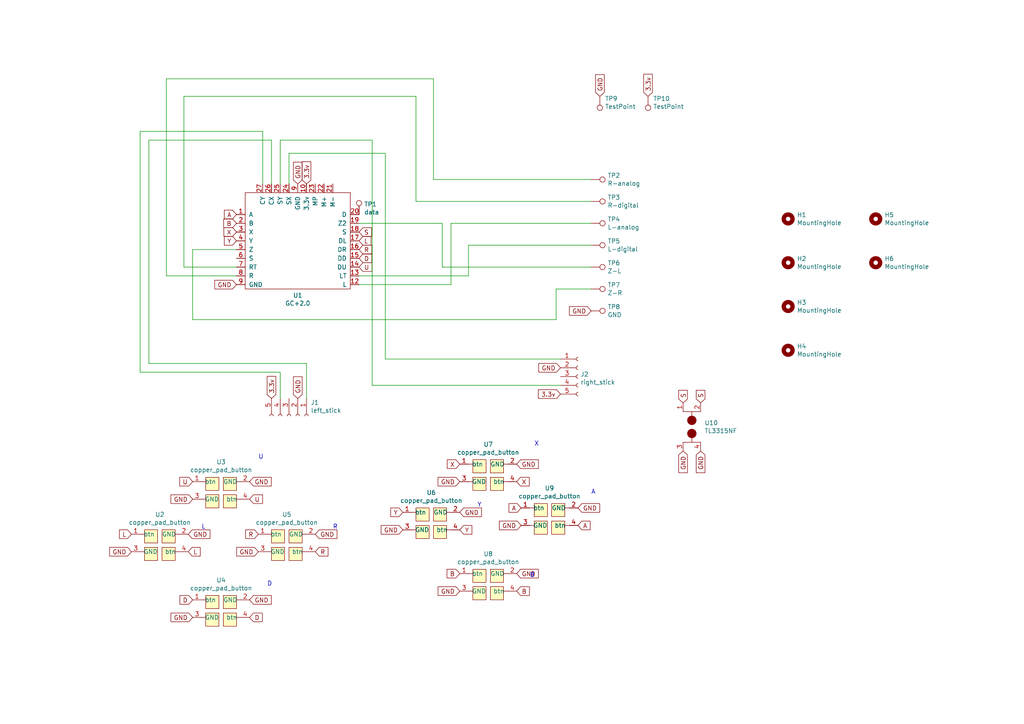
<source format=kicad_sch>
(kicad_sch (version 20211123) (generator eeschema)

  (uuid 61f9127a-9011-43ba-8a21-f2ca30968d65)

  (paper "A4")

  (lib_symbols
    (symbol "4LAYER_SYMBOLS:GC+2.0" (pin_names (offset 1.016)) (in_bom yes) (on_board yes)
      (property "Reference" "U" (id 0) (at 13.97 -27.94 0)
        (effects (font (size 1.27 1.27)))
      )
      (property "Value" "GC+2.0" (id 1) (at 7.62 -27.94 0)
        (effects (font (size 1.27 1.27)))
      )
      (property "Footprint" "" (id 2) (at -1.27 -33.02 0)
        (effects (font (size 1.27 1.27)) hide)
      )
      (property "Datasheet" "" (id 3) (at -1.27 -33.02 0)
        (effects (font (size 1.27 1.27)) hide)
      )
      (symbol "GC+2.0_0_0"
        (rectangle (start -3.81 1.27) (end 26.67 -26.67)
          (stroke (width 0) (type default) (color 0 0 0 0))
          (fill (type none))
        )
      )
      (symbol "GC+2.0_1_1"
        (pin input line (at -6.35 -5.08 0) (length 2.54)
          (name "A" (effects (font (size 1.27 1.27))))
          (number "1" (effects (font (size 1.27 1.27))))
        )
        (pin input line (at 13.97 3.81 270) (length 2.54)
          (name "3.3v" (effects (font (size 1.27 1.27))))
          (number "10" (effects (font (size 1.27 1.27))))
        )
        (pin input line (at 29.21 -25.4 180) (length 2.54)
          (name "L" (effects (font (size 1.27 1.27))))
          (number "12" (effects (font (size 1.27 1.27))))
        )
        (pin input line (at 29.21 -22.86 180) (length 2.54)
          (name "LT" (effects (font (size 1.27 1.27))))
          (number "13" (effects (font (size 1.27 1.27))))
        )
        (pin input line (at 29.21 -20.32 180) (length 2.54)
          (name "DU" (effects (font (size 1.27 1.27))))
          (number "14" (effects (font (size 1.27 1.27))))
        )
        (pin input line (at 29.21 -17.78 180) (length 2.54)
          (name "DD" (effects (font (size 1.27 1.27))))
          (number "15" (effects (font (size 1.27 1.27))))
        )
        (pin input line (at 29.21 -15.24 180) (length 2.54)
          (name "DR" (effects (font (size 1.27 1.27))))
          (number "16" (effects (font (size 1.27 1.27))))
        )
        (pin input line (at 29.21 -12.7 180) (length 2.54)
          (name "DL" (effects (font (size 1.27 1.27))))
          (number "17" (effects (font (size 1.27 1.27))))
        )
        (pin input line (at 29.21 -10.16 180) (length 2.54)
          (name "S" (effects (font (size 1.27 1.27))))
          (number "18" (effects (font (size 1.27 1.27))))
        )
        (pin input line (at 29.21 -7.62 180) (length 2.54)
          (name "Z2" (effects (font (size 1.27 1.27))))
          (number "19" (effects (font (size 1.27 1.27))))
        )
        (pin input line (at -6.35 -7.62 0) (length 2.54)
          (name "B" (effects (font (size 1.27 1.27))))
          (number "2" (effects (font (size 1.27 1.27))))
        )
        (pin input line (at 29.21 -5.08 180) (length 2.54)
          (name "D" (effects (font (size 1.27 1.27))))
          (number "20" (effects (font (size 1.27 1.27))))
        )
        (pin input line (at 21.59 3.81 270) (length 2.54)
          (name "M-" (effects (font (size 1.27 1.27))))
          (number "21" (effects (font (size 1.27 1.27))))
        )
        (pin input line (at 19.05 3.81 270) (length 2.54)
          (name "M+" (effects (font (size 1.27 1.27))))
          (number "22" (effects (font (size 1.27 1.27))))
        )
        (pin input line (at 16.51 3.81 270) (length 2.54)
          (name "MP" (effects (font (size 1.27 1.27))))
          (number "23" (effects (font (size 1.27 1.27))))
        )
        (pin input line (at 8.89 3.81 270) (length 2.54)
          (name "SX" (effects (font (size 1.27 1.27))))
          (number "24" (effects (font (size 1.27 1.27))))
        )
        (pin input line (at 6.35 3.81 270) (length 2.54)
          (name "SY" (effects (font (size 1.27 1.27))))
          (number "25" (effects (font (size 1.27 1.27))))
        )
        (pin input line (at 3.81 3.81 270) (length 2.54)
          (name "CX" (effects (font (size 1.27 1.27))))
          (number "26" (effects (font (size 1.27 1.27))))
        )
        (pin input line (at 1.27 3.81 270) (length 2.54)
          (name "CY" (effects (font (size 1.27 1.27))))
          (number "27" (effects (font (size 1.27 1.27))))
        )
        (pin input line (at -6.35 -10.16 0) (length 2.54)
          (name "X" (effects (font (size 1.27 1.27))))
          (number "3" (effects (font (size 1.27 1.27))))
        )
        (pin input line (at -6.35 -12.7 0) (length 2.54)
          (name "Y" (effects (font (size 1.27 1.27))))
          (number "4" (effects (font (size 1.27 1.27))))
        )
        (pin input line (at -6.35 -15.24 0) (length 2.54)
          (name "Z" (effects (font (size 1.27 1.27))))
          (number "5" (effects (font (size 1.27 1.27))))
        )
        (pin input line (at -6.35 -17.78 0) (length 2.54)
          (name "S" (effects (font (size 1.27 1.27))))
          (number "6" (effects (font (size 1.27 1.27))))
        )
        (pin input line (at -6.35 -20.32 0) (length 2.54)
          (name "RT" (effects (font (size 1.27 1.27))))
          (number "7" (effects (font (size 1.27 1.27))))
        )
        (pin input line (at -6.35 -22.86 0) (length 2.54)
          (name "R" (effects (font (size 1.27 1.27))))
          (number "8" (effects (font (size 1.27 1.27))))
        )
        (pin input line (at -6.35 -25.4 0) (length 2.54)
          (name "GND" (effects (font (size 1.27 1.27))))
          (number "9" (effects (font (size 1.27 1.27))))
        )
        (pin input line (at 11.43 3.81 270) (length 2.54)
          (name "GND" (effects (font (size 1.27 1.27))))
          (number "9" (effects (font (size 1.27 1.27))))
        )
      )
    )
    (symbol "4LAYER_SYMBOLS:TL3315NF" (pin_names (offset 1.016)) (in_bom yes) (on_board yes)
      (property "Reference" "U" (id 0) (at 2.54 -10.16 0)
        (effects (font (size 1.27 1.27)))
      )
      (property "Value" "TL3315NF" (id 1) (at 2.54 -7.62 0)
        (effects (font (size 1.27 1.27)))
      )
      (property "Footprint" "" (id 2) (at 0 0 0)
        (effects (font (size 1.27 1.27)) hide)
      )
      (property "Datasheet" "" (id 3) (at 0 0 0)
        (effects (font (size 1.27 1.27)) hide)
      )
      (symbol "TL3315NF_0_1"
        (polyline
          (pts
            (xy 0 2.54)
            (xy 5.08 2.54)
          )
          (stroke (width 0) (type default) (color 0 0 0 0))
          (fill (type none))
        )
        (polyline
          (pts
            (xy 2.54 2.54)
            (xy 2.54 3.81)
          )
          (stroke (width 0) (type default) (color 0 0 0 0))
          (fill (type none))
        )
        (polyline
          (pts
            (xy 2.54 3.81)
            (xy 2.54 5.08)
          )
          (stroke (width 0) (type default) (color 0 0 0 0))
          (fill (type none))
        )
        (polyline
          (pts
            (xy 2.54 8.89)
            (xy 2.54 11.43)
            (xy 5.08 11.43)
            (xy 0 11.43)
          )
          (stroke (width 0) (type default) (color 0 0 0 0))
          (fill (type none))
        )
        (circle (center 2.54 5.08) (radius 1.27)
          (stroke (width 0) (type default) (color 0 0 0 0))
          (fill (type outline))
        )
        (circle (center 2.54 8.89) (radius 1.27)
          (stroke (width 0) (type default) (color 0 0 0 0))
          (fill (type outline))
        )
      )
      (symbol "TL3315NF_1_1"
        (pin passive line (at 0 13.97 270) (length 2.54)
          (name "~" (effects (font (size 1.27 1.27))))
          (number "1" (effects (font (size 1.27 1.27))))
        )
        (pin passive line (at 5.08 13.97 270) (length 2.54)
          (name "~" (effects (font (size 1.27 1.27))))
          (number "2" (effects (font (size 1.27 1.27))))
        )
        (pin passive line (at 0 0 90) (length 2.54)
          (name "~" (effects (font (size 1.27 1.27))))
          (number "3" (effects (font (size 1.27 1.27))))
        )
        (pin passive line (at 5.08 0 90) (length 2.54)
          (name "~" (effects (font (size 1.27 1.27))))
          (number "4" (effects (font (size 1.27 1.27))))
        )
      )
    )
    (symbol "4LAYER_SYMBOLS:copper_pad_button" (pin_names (offset 1.016)) (in_bom yes) (on_board yes)
      (property "Reference" "U" (id 0) (at 2.54 -2.54 0)
        (effects (font (size 1.27 1.27)))
      )
      (property "Value" "copper_pad_button" (id 1) (at 2.54 -5.08 0)
        (effects (font (size 1.27 1.27)))
      )
      (property "Footprint" "" (id 2) (at 2.54 -2.54 0)
        (effects (font (size 1.27 1.27)) hide)
      )
      (property "Datasheet" "" (id 3) (at 2.54 -2.54 0)
        (effects (font (size 1.27 1.27)) hide)
      )
      (symbol "copper_pad_button_0_1"
        (polyline
          (pts
            (xy -1.27 2.54)
            (xy 0 2.54)
          )
          (stroke (width 0) (type default) (color 0 0 0 0))
          (fill (type none))
        )
        (polyline
          (pts
            (xy -1.27 7.62)
            (xy 0 7.62)
          )
          (stroke (width 0) (type default) (color 0 0 0 0))
          (fill (type none))
        )
        (rectangle (start 0 0) (end 3.81 3.81)
          (stroke (width 0) (type default) (color 0 0 0 0))
          (fill (type background))
        )
        (rectangle (start 0 8.89) (end 3.81 5.08)
          (stroke (width 0) (type default) (color 0 0 0 0))
          (fill (type background))
        )
        (rectangle (start 5.08 3.81) (end 8.89 0)
          (stroke (width 0) (type default) (color 0 0 0 0))
          (fill (type background))
        )
        (rectangle (start 5.08 5.08) (end 8.89 8.89)
          (stroke (width 0) (type default) (color 0 0 0 0))
          (fill (type background))
        )
        (rectangle (start 10.16 2.54) (end 8.89 2.54)
          (stroke (width 0) (type default) (color 0 0 0 0))
          (fill (type none))
        )
        (rectangle (start 10.16 7.62) (end 8.89 7.62)
          (stroke (width 0) (type default) (color 0 0 0 0))
          (fill (type none))
        )
      )
      (symbol "copper_pad_button_1_1"
        (pin input line (at -3.81 7.62 0) (length 2.54)
          (name "btn" (effects (font (size 1.27 1.27))))
          (number "1" (effects (font (size 1.27 1.27))))
        )
        (pin input line (at 12.7 7.62 180) (length 2.54)
          (name "GND" (effects (font (size 1.27 1.27))))
          (number "2" (effects (font (size 1.27 1.27))))
        )
        (pin input line (at -3.81 2.54 0) (length 2.54)
          (name "GND" (effects (font (size 1.27 1.27))))
          (number "3" (effects (font (size 1.27 1.27))))
        )
        (pin input line (at 12.7 2.54 180) (length 2.54)
          (name "btn" (effects (font (size 1.27 1.27))))
          (number "4" (effects (font (size 1.27 1.27))))
        )
      )
    )
    (symbol "Connector:Conn_01x05_Female" (pin_names (offset 1.016) hide) (in_bom yes) (on_board yes)
      (property "Reference" "J" (id 0) (at 0 7.62 0)
        (effects (font (size 1.27 1.27)))
      )
      (property "Value" "Conn_01x05_Female" (id 1) (at 0 -7.62 0)
        (effects (font (size 1.27 1.27)))
      )
      (property "Footprint" "" (id 2) (at 0 0 0)
        (effects (font (size 1.27 1.27)) hide)
      )
      (property "Datasheet" "~" (id 3) (at 0 0 0)
        (effects (font (size 1.27 1.27)) hide)
      )
      (property "ki_keywords" "connector" (id 4) (at 0 0 0)
        (effects (font (size 1.27 1.27)) hide)
      )
      (property "ki_description" "Generic connector, single row, 01x05, script generated (kicad-library-utils/schlib/autogen/connector/)" (id 5) (at 0 0 0)
        (effects (font (size 1.27 1.27)) hide)
      )
      (property "ki_fp_filters" "Connector*:*_1x??_*" (id 6) (at 0 0 0)
        (effects (font (size 1.27 1.27)) hide)
      )
      (symbol "Conn_01x05_Female_1_1"
        (arc (start 0 -4.572) (mid -0.508 -5.08) (end 0 -5.588)
          (stroke (width 0.1524) (type default) (color 0 0 0 0))
          (fill (type none))
        )
        (arc (start 0 -2.032) (mid -0.508 -2.54) (end 0 -3.048)
          (stroke (width 0.1524) (type default) (color 0 0 0 0))
          (fill (type none))
        )
        (polyline
          (pts
            (xy -1.27 -5.08)
            (xy -0.508 -5.08)
          )
          (stroke (width 0.1524) (type default) (color 0 0 0 0))
          (fill (type none))
        )
        (polyline
          (pts
            (xy -1.27 -2.54)
            (xy -0.508 -2.54)
          )
          (stroke (width 0.1524) (type default) (color 0 0 0 0))
          (fill (type none))
        )
        (polyline
          (pts
            (xy -1.27 0)
            (xy -0.508 0)
          )
          (stroke (width 0.1524) (type default) (color 0 0 0 0))
          (fill (type none))
        )
        (polyline
          (pts
            (xy -1.27 2.54)
            (xy -0.508 2.54)
          )
          (stroke (width 0.1524) (type default) (color 0 0 0 0))
          (fill (type none))
        )
        (polyline
          (pts
            (xy -1.27 5.08)
            (xy -0.508 5.08)
          )
          (stroke (width 0.1524) (type default) (color 0 0 0 0))
          (fill (type none))
        )
        (arc (start 0 0.508) (mid -0.508 0) (end 0 -0.508)
          (stroke (width 0.1524) (type default) (color 0 0 0 0))
          (fill (type none))
        )
        (arc (start 0 3.048) (mid -0.508 2.54) (end 0 2.032)
          (stroke (width 0.1524) (type default) (color 0 0 0 0))
          (fill (type none))
        )
        (arc (start 0 5.588) (mid -0.508 5.08) (end 0 4.572)
          (stroke (width 0.1524) (type default) (color 0 0 0 0))
          (fill (type none))
        )
        (pin passive line (at -5.08 5.08 0) (length 3.81)
          (name "Pin_1" (effects (font (size 1.27 1.27))))
          (number "1" (effects (font (size 1.27 1.27))))
        )
        (pin passive line (at -5.08 2.54 0) (length 3.81)
          (name "Pin_2" (effects (font (size 1.27 1.27))))
          (number "2" (effects (font (size 1.27 1.27))))
        )
        (pin passive line (at -5.08 0 0) (length 3.81)
          (name "Pin_3" (effects (font (size 1.27 1.27))))
          (number "3" (effects (font (size 1.27 1.27))))
        )
        (pin passive line (at -5.08 -2.54 0) (length 3.81)
          (name "Pin_4" (effects (font (size 1.27 1.27))))
          (number "4" (effects (font (size 1.27 1.27))))
        )
        (pin passive line (at -5.08 -5.08 0) (length 3.81)
          (name "Pin_5" (effects (font (size 1.27 1.27))))
          (number "5" (effects (font (size 1.27 1.27))))
        )
      )
    )
    (symbol "Connector:TestPoint" (pin_numbers hide) (pin_names (offset 0.762) hide) (in_bom yes) (on_board yes)
      (property "Reference" "TP" (id 0) (at 0 6.858 0)
        (effects (font (size 1.27 1.27)))
      )
      (property "Value" "TestPoint" (id 1) (at 0 5.08 0)
        (effects (font (size 1.27 1.27)))
      )
      (property "Footprint" "" (id 2) (at 5.08 0 0)
        (effects (font (size 1.27 1.27)) hide)
      )
      (property "Datasheet" "~" (id 3) (at 5.08 0 0)
        (effects (font (size 1.27 1.27)) hide)
      )
      (property "ki_keywords" "test point tp" (id 4) (at 0 0 0)
        (effects (font (size 1.27 1.27)) hide)
      )
      (property "ki_description" "test point" (id 5) (at 0 0 0)
        (effects (font (size 1.27 1.27)) hide)
      )
      (property "ki_fp_filters" "Pin* Test*" (id 6) (at 0 0 0)
        (effects (font (size 1.27 1.27)) hide)
      )
      (symbol "TestPoint_0_1"
        (circle (center 0 3.302) (radius 0.762)
          (stroke (width 0) (type default) (color 0 0 0 0))
          (fill (type none))
        )
      )
      (symbol "TestPoint_1_1"
        (pin passive line (at 0 0 90) (length 2.54)
          (name "1" (effects (font (size 1.27 1.27))))
          (number "1" (effects (font (size 1.27 1.27))))
        )
      )
    )
    (symbol "Mechanical:MountingHole" (pin_names (offset 1.016)) (in_bom yes) (on_board yes)
      (property "Reference" "H" (id 0) (at 0 5.08 0)
        (effects (font (size 1.27 1.27)))
      )
      (property "Value" "MountingHole" (id 1) (at 0 3.175 0)
        (effects (font (size 1.27 1.27)))
      )
      (property "Footprint" "" (id 2) (at 0 0 0)
        (effects (font (size 1.27 1.27)) hide)
      )
      (property "Datasheet" "~" (id 3) (at 0 0 0)
        (effects (font (size 1.27 1.27)) hide)
      )
      (property "ki_keywords" "mounting hole" (id 4) (at 0 0 0)
        (effects (font (size 1.27 1.27)) hide)
      )
      (property "ki_description" "Mounting Hole without connection" (id 5) (at 0 0 0)
        (effects (font (size 1.27 1.27)) hide)
      )
      (property "ki_fp_filters" "MountingHole*" (id 6) (at 0 0 0)
        (effects (font (size 1.27 1.27)) hide)
      )
      (symbol "MountingHole_0_1"
        (circle (center 0 0) (radius 1.27)
          (stroke (width 1.27) (type default) (color 0 0 0 0))
          (fill (type none))
        )
      )
    )
  )


  (wire (pts (xy 107.95 111.76) (xy 107.95 40.64))
    (stroke (width 0) (type default) (color 0 0 0 0))
    (uuid 050acaf9-38ff-4f19-8c18-9079c82727be)
  )
  (wire (pts (xy 43.18 105.41) (xy 43.18 40.64))
    (stroke (width 0) (type default) (color 0 0 0 0))
    (uuid 07549149-2a06-4d02-85be-e62979098f0b)
  )
  (wire (pts (xy 161.29 83.82) (xy 161.29 92.71))
    (stroke (width 0) (type default) (color 0 0 0 0))
    (uuid 14c7d23e-05d5-4c90-abe0-8878624047f0)
  )
  (wire (pts (xy 161.29 92.71) (xy 55.88 92.71))
    (stroke (width 0) (type default) (color 0 0 0 0))
    (uuid 1541ac1d-d519-4ffa-9814-064174ac8438)
  )
  (wire (pts (xy 171.45 58.42) (xy 120.65 58.42))
    (stroke (width 0) (type default) (color 0 0 0 0))
    (uuid 2055b8cf-c804-4616-bb45-be24171d730d)
  )
  (wire (pts (xy 88.9 115.57) (xy 88.9 105.41))
    (stroke (width 0) (type default) (color 0 0 0 0))
    (uuid 2535ef3b-761f-4aa4-9896-b625afea076c)
  )
  (wire (pts (xy 128.27 64.77) (xy 104.14 64.77))
    (stroke (width 0) (type default) (color 0 0 0 0))
    (uuid 28111431-a293-47bf-8713-78ff25af4993)
  )
  (wire (pts (xy 125.73 22.86) (xy 48.26 22.86))
    (stroke (width 0) (type default) (color 0 0 0 0))
    (uuid 2964b548-775a-419b-9990-202cf96f0bdd)
  )
  (wire (pts (xy 171.45 52.07) (xy 125.73 52.07))
    (stroke (width 0) (type default) (color 0 0 0 0))
    (uuid 33014afa-389c-4bc4-ae17-baefcdd94e5a)
  )
  (wire (pts (xy 111.76 104.14) (xy 111.76 44.45))
    (stroke (width 0) (type default) (color 0 0 0 0))
    (uuid 34707aba-109f-475e-a1c1-31a467973fbd)
  )
  (wire (pts (xy 120.65 58.42) (xy 120.65 27.94))
    (stroke (width 0) (type default) (color 0 0 0 0))
    (uuid 39c94c8b-0815-4f33-8acf-c6ca0ba829f8)
  )
  (wire (pts (xy 171.45 71.12) (xy 135.89 71.12))
    (stroke (width 0) (type default) (color 0 0 0 0))
    (uuid 42d756ef-7464-49ab-ba3e-49a331910ebb)
  )
  (wire (pts (xy 76.2 38.1) (xy 76.2 53.34))
    (stroke (width 0) (type default) (color 0 0 0 0))
    (uuid 463dd18e-1e3e-4c57-83fc-af62c8b11798)
  )
  (wire (pts (xy 53.34 27.94) (xy 53.34 77.47))
    (stroke (width 0) (type default) (color 0 0 0 0))
    (uuid 47fb24e0-6911-4c25-92d6-424b5ea53d8f)
  )
  (wire (pts (xy 135.89 71.12) (xy 135.89 80.01))
    (stroke (width 0) (type default) (color 0 0 0 0))
    (uuid 494f3638-1590-4667-ac36-5025cee6d6b3)
  )
  (wire (pts (xy 88.9 105.41) (xy 43.18 105.41))
    (stroke (width 0) (type default) (color 0 0 0 0))
    (uuid 4c893c71-b7f7-4da3-aa54-4b375ef2c010)
  )
  (wire (pts (xy 81.28 40.64) (xy 81.28 53.34))
    (stroke (width 0) (type default) (color 0 0 0 0))
    (uuid 50936dba-67cb-4d71-addc-e88712aaa2d0)
  )
  (wire (pts (xy 171.45 77.47) (xy 128.27 77.47))
    (stroke (width 0) (type default) (color 0 0 0 0))
    (uuid 5b731f92-05d9-4b0e-a8a3-25361cd53633)
  )
  (wire (pts (xy 43.18 40.64) (xy 78.74 40.64))
    (stroke (width 0) (type default) (color 0 0 0 0))
    (uuid 675ed68b-1718-4b38-b4d7-fc2c555b4fb8)
  )
  (wire (pts (xy 130.81 64.77) (xy 130.81 82.55))
    (stroke (width 0) (type default) (color 0 0 0 0))
    (uuid 69b8f0ca-d7f0-4bf5-82d8-afcbcc4530fd)
  )
  (wire (pts (xy 162.56 111.76) (xy 107.95 111.76))
    (stroke (width 0) (type default) (color 0 0 0 0))
    (uuid 6d5be9fb-1ac4-453f-b53c-fd15f5c6559c)
  )
  (wire (pts (xy 107.95 40.64) (xy 81.28 40.64))
    (stroke (width 0) (type default) (color 0 0 0 0))
    (uuid 753b5093-b4ec-4575-b738-4a3d8dbdaedc)
  )
  (wire (pts (xy 162.56 104.14) (xy 111.76 104.14))
    (stroke (width 0) (type default) (color 0 0 0 0))
    (uuid 7bb4a0cc-3a15-4008-bf51-d47dd4b8289e)
  )
  (wire (pts (xy 120.65 27.94) (xy 53.34 27.94))
    (stroke (width 0) (type default) (color 0 0 0 0))
    (uuid 7e24fbed-2a19-485a-8b82-e55718cb1a35)
  )
  (wire (pts (xy 171.45 83.82) (xy 161.29 83.82))
    (stroke (width 0) (type default) (color 0 0 0 0))
    (uuid 7feb9346-a446-445a-8953-a3c7a74634e9)
  )
  (wire (pts (xy 111.76 44.45) (xy 83.82 44.45))
    (stroke (width 0) (type default) (color 0 0 0 0))
    (uuid 85a8c8ae-ac58-449e-840e-7ee7cc4047be)
  )
  (wire (pts (xy 40.64 107.95) (xy 40.64 38.1))
    (stroke (width 0) (type default) (color 0 0 0 0))
    (uuid 86e645ca-9571-4537-adc7-cc7f3389e077)
  )
  (wire (pts (xy 128.27 77.47) (xy 128.27 64.77))
    (stroke (width 0) (type default) (color 0 0 0 0))
    (uuid 97054045-69d5-4125-b04a-cbd3cd8bf15c)
  )
  (wire (pts (xy 135.89 80.01) (xy 104.14 80.01))
    (stroke (width 0) (type default) (color 0 0 0 0))
    (uuid 9eed1e1b-26c3-4f47-827d-5279b7e5b5ae)
  )
  (wire (pts (xy 78.74 40.64) (xy 78.74 53.34))
    (stroke (width 0) (type default) (color 0 0 0 0))
    (uuid a06299cb-9530-4f10-848f-dd31b5603a5b)
  )
  (wire (pts (xy 53.34 77.47) (xy 68.58 77.47))
    (stroke (width 0) (type default) (color 0 0 0 0))
    (uuid a354b4ce-7c7a-4638-b177-a2ad9fe10c67)
  )
  (wire (pts (xy 55.88 92.71) (xy 55.88 72.39))
    (stroke (width 0) (type default) (color 0 0 0 0))
    (uuid adaa8b4c-da16-42e2-857b-d6ba81941fdf)
  )
  (wire (pts (xy 81.28 107.95) (xy 40.64 107.95))
    (stroke (width 0) (type default) (color 0 0 0 0))
    (uuid afdbbf07-79af-49ec-bfde-c196da15dbe9)
  )
  (wire (pts (xy 81.28 115.57) (xy 81.28 107.95))
    (stroke (width 0) (type default) (color 0 0 0 0))
    (uuid b3dd6168-52a6-49dc-9932-39efd5152196)
  )
  (wire (pts (xy 48.26 22.86) (xy 48.26 80.01))
    (stroke (width 0) (type default) (color 0 0 0 0))
    (uuid b6d65ee8-a75d-4697-8e2c-9b49f1c0fe1a)
  )
  (wire (pts (xy 55.88 72.39) (xy 68.58 72.39))
    (stroke (width 0) (type default) (color 0 0 0 0))
    (uuid b89ed6ad-772c-4deb-a7f1-5be8106c744d)
  )
  (wire (pts (xy 83.82 44.45) (xy 83.82 53.34))
    (stroke (width 0) (type default) (color 0 0 0 0))
    (uuid c7c2e9f5-aead-447b-a437-20309655509e)
  )
  (wire (pts (xy 125.73 52.07) (xy 125.73 22.86))
    (stroke (width 0) (type default) (color 0 0 0 0))
    (uuid cd922eac-8786-4ae5-a1a0-90cddb25cc88)
  )
  (wire (pts (xy 40.64 38.1) (xy 76.2 38.1))
    (stroke (width 0) (type default) (color 0 0 0 0))
    (uuid d8197fed-57aa-4f8b-ba5f-0a1b61dd5132)
  )
  (wire (pts (xy 48.26 80.01) (xy 68.58 80.01))
    (stroke (width 0) (type default) (color 0 0 0 0))
    (uuid da8692e2-e8cd-48af-994f-dfbb6581f96d)
  )
  (wire (pts (xy 130.81 82.55) (xy 104.14 82.55))
    (stroke (width 0) (type default) (color 0 0 0 0))
    (uuid e231a0df-0847-47ec-9bde-6115494cca16)
  )
  (wire (pts (xy 171.45 64.77) (xy 130.81 64.77))
    (stroke (width 0) (type default) (color 0 0 0 0))
    (uuid e3655237-8935-4866-bb22-6695c9f3515a)
  )

  (text "U" (at 74.93 133.35 0)
    (effects (font (size 1.27 1.27)) (justify left bottom))
    (uuid 08ace589-9d2e-4dc9-927a-c336678d3133)
  )
  (text "B" (at 153.67 167.64 0)
    (effects (font (size 1.27 1.27)) (justify left bottom))
    (uuid 15bb24e5-43a2-4393-904f-0e6cd13cbfd6)
  )
  (text "R" (at 96.52 153.67 0)
    (effects (font (size 1.27 1.27)) (justify left bottom))
    (uuid 1cc7dd2c-6ee3-4b4e-8c1f-1220dc7061b5)
  )
  (text "A" (at 171.45 143.51 0)
    (effects (font (size 1.27 1.27)) (justify left bottom))
    (uuid 72b361f2-7b9f-4cd7-a309-ebe46a66c864)
  )
  (text "Y" (at 138.43 147.32 0)
    (effects (font (size 1.27 1.27)) (justify left bottom))
    (uuid 72d8c473-53b5-496e-9791-200f45af7608)
  )
  (text "L" (at 58.42 153.67 0)
    (effects (font (size 1.27 1.27)) (justify left bottom))
    (uuid 948bc481-3a39-4b68-88a8-9d9717dae331)
  )
  (text "X" (at 154.94 129.54 0)
    (effects (font (size 1.27 1.27)) (justify left bottom))
    (uuid 9ed502c4-2fdc-4d7d-af99-92618ee0f2d9)
  )
  (text "D" (at 77.47 170.18 0)
    (effects (font (size 1.27 1.27)) (justify left bottom))
    (uuid f96bca81-8af8-4fc1-8bb3-22cc67dc5596)
  )

  (global_label "GND" (shape input) (at 116.84 153.67 180) (fields_autoplaced)
    (effects (font (size 1.27 1.27)) (justify right))
    (uuid 00288949-3ff6-4058-a303-db1694795669)
    (property "Intersheet References" "${INTERSHEET_REFS}" (id 0) (at 0 0 0)
      (effects (font (size 1.27 1.27)) hide)
    )
  )
  (global_label "GND" (shape input) (at 133.35 139.7 180) (fields_autoplaced)
    (effects (font (size 1.27 1.27)) (justify right))
    (uuid 020de68b-d8ac-4e8d-b23a-57f0fddf7102)
    (property "Intersheet References" "${INTERSHEET_REFS}" (id 0) (at 0 0 0)
      (effects (font (size 1.27 1.27)) hide)
    )
  )
  (global_label "X" (shape input) (at 133.35 134.62 180) (fields_autoplaced)
    (effects (font (size 1.27 1.27)) (justify right))
    (uuid 02fdb09d-f8fa-4a8e-9fa7-33a257a252f8)
    (property "Intersheet References" "${INTERSHEET_REFS}" (id 0) (at 0 0 0)
      (effects (font (size 1.27 1.27)) hide)
    )
  )
  (global_label "S" (shape input) (at 198.12 116.84 90) (fields_autoplaced)
    (effects (font (size 1.27 1.27)) (justify left))
    (uuid 06629037-132b-473b-a6e8-0bae99984f60)
    (property "Intersheet References" "${INTERSHEET_REFS}" (id 0) (at 0 0 0)
      (effects (font (size 1.27 1.27)) hide)
    )
  )
  (global_label "B" (shape input) (at 68.58 64.77 180) (fields_autoplaced)
    (effects (font (size 1.27 1.27)) (justify right))
    (uuid 0e0989fe-b946-4953-b640-3312e59a2653)
    (property "Intersheet References" "${INTERSHEET_REFS}" (id 0) (at 0 0 0)
      (effects (font (size 1.27 1.27)) hide)
    )
  )
  (global_label "Y" (shape input) (at 116.84 148.59 180) (fields_autoplaced)
    (effects (font (size 1.27 1.27)) (justify right))
    (uuid 11e1bb0f-4a3c-4a55-9cd7-c000fc9780c7)
    (property "Intersheet References" "${INTERSHEET_REFS}" (id 0) (at 0 0 0)
      (effects (font (size 1.27 1.27)) hide)
    )
  )
  (global_label "S" (shape input) (at 203.2 116.84 90) (fields_autoplaced)
    (effects (font (size 1.27 1.27)) (justify left))
    (uuid 1207cd9a-1d33-485a-ae16-0b15affde77c)
    (property "Intersheet References" "${INTERSHEET_REFS}" (id 0) (at 0 0 0)
      (effects (font (size 1.27 1.27)) hide)
    )
  )
  (global_label "X" (shape input) (at 149.86 139.7 0) (fields_autoplaced)
    (effects (font (size 1.27 1.27)) (justify left))
    (uuid 19b9d507-6a64-44d9-8797-1a9d843d7b31)
    (property "Intersheet References" "${INTERSHEET_REFS}" (id 0) (at 0 0 0)
      (effects (font (size 1.27 1.27)) hide)
    )
  )
  (global_label "A" (shape input) (at 68.58 62.23 180) (fields_autoplaced)
    (effects (font (size 1.27 1.27)) (justify right))
    (uuid 1c16def1-a2b3-4ac0-9a7e-78ab4aa168a1)
    (property "Intersheet References" "${INTERSHEET_REFS}" (id 0) (at 0 0 0)
      (effects (font (size 1.27 1.27)) hide)
    )
  )
  (global_label "GND" (shape input) (at 55.88 179.07 180) (fields_autoplaced)
    (effects (font (size 1.27 1.27)) (justify right))
    (uuid 209b5994-91ae-4309-a2c7-27365af9001e)
    (property "Intersheet References" "${INTERSHEET_REFS}" (id 0) (at 0 0 0)
      (effects (font (size 1.27 1.27)) hide)
    )
  )
  (global_label "GND" (shape input) (at 171.45 90.17 180) (fields_autoplaced)
    (effects (font (size 1.27 1.27)) (justify right))
    (uuid 20ac565a-7202-4f3f-9af3-104d6b807aae)
    (property "Intersheet References" "${INTERSHEET_REFS}" (id 0) (at 0 0 0)
      (effects (font (size 1.27 1.27)) hide)
    )
  )
  (global_label "Y" (shape input) (at 133.35 153.67 0) (fields_autoplaced)
    (effects (font (size 1.27 1.27)) (justify left))
    (uuid 29606a8d-72ee-4d12-a2cf-64225ffd4b7b)
    (property "Intersheet References" "${INTERSHEET_REFS}" (id 0) (at 0 0 0)
      (effects (font (size 1.27 1.27)) hide)
    )
  )
  (global_label "GND" (shape input) (at 72.39 139.7 0) (fields_autoplaced)
    (effects (font (size 1.27 1.27)) (justify left))
    (uuid 2ce6070a-860a-4d1e-a684-71f8ddae0f99)
    (property "Intersheet References" "${INTERSHEET_REFS}" (id 0) (at 0 0 0)
      (effects (font (size 1.27 1.27)) hide)
    )
  )
  (global_label "GND" (shape input) (at 203.2 130.81 270) (fields_autoplaced)
    (effects (font (size 1.27 1.27)) (justify right))
    (uuid 2f8d14dc-f08f-4283-8cdd-b2ae9423243c)
    (property "Intersheet References" "${INTERSHEET_REFS}" (id 0) (at 0 0 0)
      (effects (font (size 1.27 1.27)) hide)
    )
  )
  (global_label "GND" (shape input) (at 149.86 134.62 0) (fields_autoplaced)
    (effects (font (size 1.27 1.27)) (justify left))
    (uuid 328ee41c-8fce-493b-9b98-141dc6a76a15)
    (property "Intersheet References" "${INTERSHEET_REFS}" (id 0) (at 0 0 0)
      (effects (font (size 1.27 1.27)) hide)
    )
  )
  (global_label "GND" (shape input) (at 149.86 166.37 0) (fields_autoplaced)
    (effects (font (size 1.27 1.27)) (justify left))
    (uuid 36125f88-c04e-40db-944f-ea3f56949e17)
    (property "Intersheet References" "${INTERSHEET_REFS}" (id 0) (at 0 0 0)
      (effects (font (size 1.27 1.27)) hide)
    )
  )
  (global_label "3.3v" (shape input) (at 162.56 114.3 180) (fields_autoplaced)
    (effects (font (size 1.27 1.27)) (justify right))
    (uuid 48e9572f-b2f9-48da-8919-dcaa93580e38)
    (property "Intersheet References" "${INTERSHEET_REFS}" (id 0) (at 0 0 0)
      (effects (font (size 1.27 1.27)) hide)
    )
  )
  (global_label "GND" (shape input) (at 55.88 144.78 180) (fields_autoplaced)
    (effects (font (size 1.27 1.27)) (justify right))
    (uuid 4afee268-2cf7-412e-96a5-c54e7f582513)
    (property "Intersheet References" "${INTERSHEET_REFS}" (id 0) (at 0 0 0)
      (effects (font (size 1.27 1.27)) hide)
    )
  )
  (global_label "GND" (shape input) (at 133.35 171.45 180) (fields_autoplaced)
    (effects (font (size 1.27 1.27)) (justify right))
    (uuid 4dd57ea8-c8f6-4112-a996-60a7e06e0fef)
    (property "Intersheet References" "${INTERSHEET_REFS}" (id 0) (at 0 0 0)
      (effects (font (size 1.27 1.27)) hide)
    )
  )
  (global_label "D" (shape input) (at 104.14 74.93 0) (fields_autoplaced)
    (effects (font (size 1.27 1.27)) (justify left))
    (uuid 4e43c79d-b628-42f8-8485-5b001b41249e)
    (property "Intersheet References" "${INTERSHEET_REFS}" (id 0) (at 0 0 0)
      (effects (font (size 1.27 1.27)) hide)
    )
  )
  (global_label "S" (shape input) (at 104.14 67.31 0) (fields_autoplaced)
    (effects (font (size 1.27 1.27)) (justify left))
    (uuid 53698fd7-44c8-4e49-afe0-480eda100771)
    (property "Intersheet References" "${INTERSHEET_REFS}" (id 0) (at 0 0 0)
      (effects (font (size 1.27 1.27)) hide)
    )
  )
  (global_label "R" (shape input) (at 104.14 72.39 0) (fields_autoplaced)
    (effects (font (size 1.27 1.27)) (justify left))
    (uuid 57af444b-4564-406f-a0ed-3052494d39f5)
    (property "Intersheet References" "${INTERSHEET_REFS}" (id 0) (at 0 0 0)
      (effects (font (size 1.27 1.27)) hide)
    )
  )
  (global_label "GND" (shape input) (at 167.64 147.32 0) (fields_autoplaced)
    (effects (font (size 1.27 1.27)) (justify left))
    (uuid 5943f987-f953-4f00-a26f-c47e741389b3)
    (property "Intersheet References" "${INTERSHEET_REFS}" (id 0) (at 0 0 0)
      (effects (font (size 1.27 1.27)) hide)
    )
  )
  (global_label "L" (shape input) (at 54.61 160.02 0) (fields_autoplaced)
    (effects (font (size 1.27 1.27)) (justify left))
    (uuid 5c083e6a-5392-4d5d-911d-04196bb1c4d6)
    (property "Intersheet References" "${INTERSHEET_REFS}" (id 0) (at 0 0 0)
      (effects (font (size 1.27 1.27)) hide)
    )
  )
  (global_label "GND" (shape input) (at 54.61 154.94 0) (fields_autoplaced)
    (effects (font (size 1.27 1.27)) (justify left))
    (uuid 6375fe73-48e8-44cc-930d-13c0c7371813)
    (property "Intersheet References" "${INTERSHEET_REFS}" (id 0) (at 0 0 0)
      (effects (font (size 1.27 1.27)) hide)
    )
  )
  (global_label "3.3v" (shape input) (at 187.96 27.94 90) (fields_autoplaced)
    (effects (font (size 1.27 1.27)) (justify left))
    (uuid 64a97bf7-c565-4c32-9cce-a997f1acb969)
    (property "Intersheet References" "${INTERSHEET_REFS}" (id 0) (at 0 0 0)
      (effects (font (size 1.27 1.27)) hide)
    )
  )
  (global_label "GND" (shape input) (at 198.12 130.81 270) (fields_autoplaced)
    (effects (font (size 1.27 1.27)) (justify right))
    (uuid 6acd2806-dad2-4b44-9764-10fa68284a08)
    (property "Intersheet References" "${INTERSHEET_REFS}" (id 0) (at 0 0 0)
      (effects (font (size 1.27 1.27)) hide)
    )
  )
  (global_label "GND" (shape input) (at 162.56 106.68 180) (fields_autoplaced)
    (effects (font (size 1.27 1.27)) (justify right))
    (uuid 6d2db749-c1a2-488d-bcd4-93960a775757)
    (property "Intersheet References" "${INTERSHEET_REFS}" (id 0) (at 0 0 0)
      (effects (font (size 1.27 1.27)) hide)
    )
  )
  (global_label "GND" (shape input) (at 72.39 173.99 0) (fields_autoplaced)
    (effects (font (size 1.27 1.27)) (justify left))
    (uuid 782898f3-c92c-4d2a-b6cc-062a2d7c47ea)
    (property "Intersheet References" "${INTERSHEET_REFS}" (id 0) (at 0 0 0)
      (effects (font (size 1.27 1.27)) hide)
    )
  )
  (global_label "GND" (shape input) (at 86.36 115.57 90) (fields_autoplaced)
    (effects (font (size 1.27 1.27)) (justify left))
    (uuid 7ee3fb12-1af6-4496-a6cd-d1c2135cb017)
    (property "Intersheet References" "${INTERSHEET_REFS}" (id 0) (at 0 0 0)
      (effects (font (size 1.27 1.27)) hide)
    )
  )
  (global_label "GND" (shape input) (at 74.93 160.02 180) (fields_autoplaced)
    (effects (font (size 1.27 1.27)) (justify right))
    (uuid 81430ea3-fc53-4944-809c-69b6cf0b252b)
    (property "Intersheet References" "${INTERSHEET_REFS}" (id 0) (at 0 0 0)
      (effects (font (size 1.27 1.27)) hide)
    )
  )
  (global_label "B" (shape input) (at 149.86 171.45 0) (fields_autoplaced)
    (effects (font (size 1.27 1.27)) (justify left))
    (uuid 8485db24-b0d2-48eb-8200-ae1c8d8c0361)
    (property "Intersheet References" "${INTERSHEET_REFS}" (id 0) (at 0 0 0)
      (effects (font (size 1.27 1.27)) hide)
    )
  )
  (global_label "GND" (shape input) (at 173.99 27.94 90) (fields_autoplaced)
    (effects (font (size 1.27 1.27)) (justify left))
    (uuid 87516582-96a8-4352-902e-9048bfad557c)
    (property "Intersheet References" "${INTERSHEET_REFS}" (id 0) (at 0 0 0)
      (effects (font (size 1.27 1.27)) hide)
    )
  )
  (global_label "X" (shape input) (at 68.58 67.31 180) (fields_autoplaced)
    (effects (font (size 1.27 1.27)) (justify right))
    (uuid 9aa4df12-1f03-4958-9c34-427cdc75ffd6)
    (property "Intersheet References" "${INTERSHEET_REFS}" (id 0) (at 0 0 0)
      (effects (font (size 1.27 1.27)) hide)
    )
  )
  (global_label "R" (shape input) (at 74.93 154.94 180) (fields_autoplaced)
    (effects (font (size 1.27 1.27)) (justify right))
    (uuid a2ad0c13-271b-4426-a000-a3ba8743aed8)
    (property "Intersheet References" "${INTERSHEET_REFS}" (id 0) (at 0 0 0)
      (effects (font (size 1.27 1.27)) hide)
    )
  )
  (global_label "A" (shape input) (at 151.13 147.32 180) (fields_autoplaced)
    (effects (font (size 1.27 1.27)) (justify right))
    (uuid a5589dd5-0aab-4ceb-b10c-0092e34ded9f)
    (property "Intersheet References" "${INTERSHEET_REFS}" (id 0) (at 0 0 0)
      (effects (font (size 1.27 1.27)) hide)
    )
  )
  (global_label "A" (shape input) (at 167.64 152.4 0) (fields_autoplaced)
    (effects (font (size 1.27 1.27)) (justify left))
    (uuid a84a91d3-5f15-42d9-814b-8a2fac37c3bc)
    (property "Intersheet References" "${INTERSHEET_REFS}" (id 0) (at 0 0 0)
      (effects (font (size 1.27 1.27)) hide)
    )
  )
  (global_label "B" (shape input) (at 133.35 166.37 180) (fields_autoplaced)
    (effects (font (size 1.27 1.27)) (justify right))
    (uuid aef71500-f5ed-4166-ad5e-fc2134e6c0c5)
    (property "Intersheet References" "${INTERSHEET_REFS}" (id 0) (at 0 0 0)
      (effects (font (size 1.27 1.27)) hide)
    )
  )
  (global_label "U" (shape input) (at 72.39 144.78 0) (fields_autoplaced)
    (effects (font (size 1.27 1.27)) (justify left))
    (uuid b2005a67-33ab-4f43-89b0-2b19645c6a4e)
    (property "Intersheet References" "${INTERSHEET_REFS}" (id 0) (at 0 0 0)
      (effects (font (size 1.27 1.27)) hide)
    )
  )
  (global_label "U" (shape input) (at 104.14 77.47 0) (fields_autoplaced)
    (effects (font (size 1.27 1.27)) (justify left))
    (uuid b618c792-5d41-451a-b39b-581a0532b584)
    (property "Intersheet References" "${INTERSHEET_REFS}" (id 0) (at 0 0 0)
      (effects (font (size 1.27 1.27)) hide)
    )
  )
  (global_label "L" (shape input) (at 38.1 154.94 180) (fields_autoplaced)
    (effects (font (size 1.27 1.27)) (justify right))
    (uuid ca63ece8-9f2b-4f86-9ebf-3808fbb61da7)
    (property "Intersheet References" "${INTERSHEET_REFS}" (id 0) (at 0 0 0)
      (effects (font (size 1.27 1.27)) hide)
    )
  )
  (global_label "GND" (shape input) (at 91.44 154.94 0) (fields_autoplaced)
    (effects (font (size 1.27 1.27)) (justify left))
    (uuid d277a566-2076-43cc-91d5-41cf32fa6573)
    (property "Intersheet References" "${INTERSHEET_REFS}" (id 0) (at 0 0 0)
      (effects (font (size 1.27 1.27)) hide)
    )
  )
  (global_label "U" (shape input) (at 55.88 139.7 180) (fields_autoplaced)
    (effects (font (size 1.27 1.27)) (justify right))
    (uuid d3ecea69-e3f1-4004-9294-cd12858944fa)
    (property "Intersheet References" "${INTERSHEET_REFS}" (id 0) (at 0 0 0)
      (effects (font (size 1.27 1.27)) hide)
    )
  )
  (global_label "R" (shape input) (at 91.44 160.02 0) (fields_autoplaced)
    (effects (font (size 1.27 1.27)) (justify left))
    (uuid d7f5ce44-6d8c-4a12-bed5-303e887fcc62)
    (property "Intersheet References" "${INTERSHEET_REFS}" (id 0) (at 0 0 0)
      (effects (font (size 1.27 1.27)) hide)
    )
  )
  (global_label "D" (shape input) (at 55.88 173.99 180) (fields_autoplaced)
    (effects (font (size 1.27 1.27)) (justify right))
    (uuid da4557b8-0871-4baf-a30b-38ee33316ac1)
    (property "Intersheet References" "${INTERSHEET_REFS}" (id 0) (at 0 0 0)
      (effects (font (size 1.27 1.27)) hide)
    )
  )
  (global_label "GND" (shape input) (at 86.36 53.34 90) (fields_autoplaced)
    (effects (font (size 1.27 1.27)) (justify left))
    (uuid dcfcecc1-3089-43bc-9dbe-4b8574aabc58)
    (property "Intersheet References" "${INTERSHEET_REFS}" (id 0) (at 0 0 0)
      (effects (font (size 1.27 1.27)) hide)
    )
  )
  (global_label "L" (shape input) (at 104.14 69.85 0) (fields_autoplaced)
    (effects (font (size 1.27 1.27)) (justify left))
    (uuid e176f147-ce85-4796-a3b2-a78b39473b07)
    (property "Intersheet References" "${INTERSHEET_REFS}" (id 0) (at 0 0 0)
      (effects (font (size 1.27 1.27)) hide)
    )
  )
  (global_label "GND" (shape input) (at 133.35 148.59 0) (fields_autoplaced)
    (effects (font (size 1.27 1.27)) (justify left))
    (uuid e370249b-7a7a-4aa1-a37f-caa92cf14c86)
    (property "Intersheet References" "${INTERSHEET_REFS}" (id 0) (at 0 0 0)
      (effects (font (size 1.27 1.27)) hide)
    )
  )
  (global_label "D" (shape input) (at 72.39 179.07 0) (fields_autoplaced)
    (effects (font (size 1.27 1.27)) (justify left))
    (uuid e40551b3-36da-4897-8526-920d13d39072)
    (property "Intersheet References" "${INTERSHEET_REFS}" (id 0) (at 0 0 0)
      (effects (font (size 1.27 1.27)) hide)
    )
  )
  (global_label "GND" (shape input) (at 38.1 160.02 180) (fields_autoplaced)
    (effects (font (size 1.27 1.27)) (justify right))
    (uuid e9758079-d6e7-48d7-8df9-713fbd0c8cd9)
    (property "Intersheet References" "${INTERSHEET_REFS}" (id 0) (at 0 0 0)
      (effects (font (size 1.27 1.27)) hide)
    )
  )
  (global_label "Y" (shape input) (at 68.58 69.85 180) (fields_autoplaced)
    (effects (font (size 1.27 1.27)) (justify right))
    (uuid ec17ee76-fccc-4cf3-8c25-f08a816828ea)
    (property "Intersheet References" "${INTERSHEET_REFS}" (id 0) (at 0 0 0)
      (effects (font (size 1.27 1.27)) hide)
    )
  )
  (global_label "GND" (shape input) (at 68.58 82.55 180) (fields_autoplaced)
    (effects (font (size 1.27 1.27)) (justify right))
    (uuid f7d01dab-c377-4452-9a17-1a9f29e24b0f)
    (property "Intersheet References" "${INTERSHEET_REFS}" (id 0) (at 0 0 0)
      (effects (font (size 1.27 1.27)) hide)
    )
  )
  (global_label "3.3v" (shape input) (at 78.74 115.57 90) (fields_autoplaced)
    (effects (font (size 1.27 1.27)) (justify left))
    (uuid f85e911f-84c4-4c52-a382-c92e2da33a3b)
    (property "Intersheet References" "${INTERSHEET_REFS}" (id 0) (at 0 0 0)
      (effects (font (size 1.27 1.27)) hide)
    )
  )
  (global_label "GND" (shape input) (at 151.13 152.4 180) (fields_autoplaced)
    (effects (font (size 1.27 1.27)) (justify right))
    (uuid fc023671-bc5e-487c-b3b3-6dc38b18a624)
    (property "Intersheet References" "${INTERSHEET_REFS}" (id 0) (at 0 0 0)
      (effects (font (size 1.27 1.27)) hide)
    )
  )
  (global_label "3.3v" (shape input) (at 88.9 53.34 90) (fields_autoplaced)
    (effects (font (size 1.27 1.27)) (justify left))
    (uuid fd51f00a-823f-476a-a2e3-6dce39563f15)
    (property "Intersheet References" "${INTERSHEET_REFS}" (id 0) (at 0 0 0)
      (effects (font (size 1.27 1.27)) hide)
    )
  )

  (symbol (lib_id "Connector:Conn_01x05_Female") (at 167.64 109.22 0) (unit 1)
    (in_bom yes) (on_board yes)
    (uuid 00000000-0000-0000-0000-0000629ba464)
    (property "Reference" "J2" (id 0) (at 168.3512 108.5596 0)
      (effects (font (size 1.27 1.27)) (justify left))
    )
    (property "Value" "" (id 1) (at 168.3512 110.871 0)
      (effects (font (size 1.27 1.27)) (justify left))
    )
    (property "Footprint" "" (id 2) (at 167.64 109.22 0)
      (effects (font (size 1.27 1.27)) hide)
    )
    (property "Datasheet" "~" (id 3) (at 167.64 109.22 0)
      (effects (font (size 1.27 1.27)) hide)
    )
    (pin "1" (uuid 5c56d565-61e1-4ff6-9e90-25db3a7c1854))
    (pin "2" (uuid d31267c8-0907-4093-9744-89438700f0fd))
    (pin "3" (uuid 2499fa5d-3262-4b12-97b5-4da45d5a0e2e))
    (pin "4" (uuid 784d4007-e7d6-4b58-b6c3-d6ca56e1ca68))
    (pin "5" (uuid a466980d-73a0-4267-b276-bb41cdb83b9e))
  )

  (symbol (lib_id "4LAYER_SYMBOLS:GC+2.0") (at 74.93 57.15 0) (unit 1)
    (in_bom yes) (on_board yes)
    (uuid 00000000-0000-0000-0000-0000629bc781)
    (property "Reference" "U1" (id 0) (at 86.36 85.6742 0))
    (property "Value" "" (id 1) (at 86.36 87.9856 0))
    (property "Footprint" "" (id 2) (at 73.66 90.17 0)
      (effects (font (size 1.27 1.27)) hide)
    )
    (property "Datasheet" "" (id 3) (at 73.66 90.17 0)
      (effects (font (size 1.27 1.27)) hide)
    )
    (pin "1" (uuid 5b4fdae0-2fe0-47a2-9c90-a7659fd08937))
    (pin "10" (uuid e6a98922-0c69-48ff-9bb6-2132d3cc48db))
    (pin "12" (uuid 015a0131-8929-450a-905c-ba45beb24f41))
    (pin "13" (uuid 2c429e6c-a2e4-4d1d-b43e-29bc8f03bbc8))
    (pin "14" (uuid 6ad7c246-afd5-4e75-9680-ce5a87e6c5d0))
    (pin "15" (uuid 1b23b79e-46b3-4f4c-85f8-d16be0c26573))
    (pin "16" (uuid c6e4d96f-7618-4b58-9e83-55cfa73d833c))
    (pin "17" (uuid 7b1050f4-4e31-473b-a9eb-e6a96c274f29))
    (pin "18" (uuid 7c47e4c1-ca93-4c81-9c96-6b197b2246ee))
    (pin "19" (uuid cba8a21f-d428-44bc-be7e-483c0164dbac))
    (pin "2" (uuid 41fbf570-6dbb-40ee-8a3e-9a1917971c7f))
    (pin "20" (uuid 743dfe58-1e0b-4c4d-b287-20f1fae8749a))
    (pin "21" (uuid c66755dc-d4a4-4330-a16c-81eb2ccfb5b3))
    (pin "22" (uuid 498150da-1d4b-4d5a-8db7-0f01b0ba4b48))
    (pin "23" (uuid 1eb430e0-6111-4b02-8092-836b8834030e))
    (pin "24" (uuid 3ecfff68-6d7c-471f-b55e-e52cdbb8435f))
    (pin "25" (uuid de24a03e-59e2-4807-b734-9e0c92b40623))
    (pin "26" (uuid b000cb13-5f0d-42f3-be96-fbf92e0c51e0))
    (pin "27" (uuid 26e65008-66d5-4f35-8589-c3218890065b))
    (pin "3" (uuid 013ec4dd-17a7-472f-ae18-b48c66527a01))
    (pin "4" (uuid a5316082-7d91-4d3e-9699-c500fc774771))
    (pin "5" (uuid 02c35d9d-e9e9-47d9-9197-92cf2d8b02f4))
    (pin "6" (uuid 2cf7ccf5-6c52-4042-84ae-a18e6f6f5b84))
    (pin "7" (uuid df6a9794-2811-4d92-b8f0-fbe5bc52b197))
    (pin "8" (uuid 689dba73-911d-49a9-bb16-bea929f1e840))
    (pin "9" (uuid dd8c3c92-34c9-4571-bd68-f2ed050f302a))
    (pin "9" (uuid 6d84cbb0-3886-49a1-a7f7-075809d78857))
  )

  (symbol (lib_id "Connector:Conn_01x05_Female") (at 83.82 120.65 270) (unit 1)
    (in_bom yes) (on_board yes)
    (uuid 00000000-0000-0000-0000-0000629be726)
    (property "Reference" "J1" (id 0) (at 90.1192 116.7384 90)
      (effects (font (size 1.27 1.27)) (justify left))
    )
    (property "Value" "" (id 1) (at 90.1192 119.0498 90)
      (effects (font (size 1.27 1.27)) (justify left))
    )
    (property "Footprint" "" (id 2) (at 83.82 120.65 0)
      (effects (font (size 1.27 1.27)) hide)
    )
    (property "Datasheet" "~" (id 3) (at 83.82 120.65 0)
      (effects (font (size 1.27 1.27)) hide)
    )
    (pin "1" (uuid 489fce48-8864-469f-a69e-9ac34c641cf5))
    (pin "2" (uuid ac5dadb5-4444-4953-8514-d861c892d936))
    (pin "3" (uuid 44f3cb9c-2bee-409f-8517-186d279dd16e))
    (pin "4" (uuid dd784ad0-5942-411b-a4cf-56c1b6028b46))
    (pin "5" (uuid a821732c-dae1-43d7-ab26-26d637f565e3))
  )

  (symbol (lib_id "Connector:TestPoint") (at 171.45 52.07 270) (unit 1)
    (in_bom yes) (on_board yes)
    (uuid 00000000-0000-0000-0000-0000629c4e30)
    (property "Reference" "TP2" (id 0) (at 176.2252 50.9016 90)
      (effects (font (size 1.27 1.27)) (justify left))
    )
    (property "Value" "" (id 1) (at 176.2252 53.213 90)
      (effects (font (size 1.27 1.27)) (justify left))
    )
    (property "Footprint" "" (id 2) (at 171.45 57.15 0)
      (effects (font (size 1.27 1.27)) hide)
    )
    (property "Datasheet" "~" (id 3) (at 171.45 57.15 0)
      (effects (font (size 1.27 1.27)) hide)
    )
    (pin "1" (uuid c4dc6b05-0616-4e3c-b84a-48591949a830))
  )

  (symbol (lib_id "Connector:TestPoint") (at 171.45 58.42 270) (unit 1)
    (in_bom yes) (on_board yes)
    (uuid 00000000-0000-0000-0000-0000629c567a)
    (property "Reference" "TP3" (id 0) (at 176.2252 57.2516 90)
      (effects (font (size 1.27 1.27)) (justify left))
    )
    (property "Value" "" (id 1) (at 176.2252 59.563 90)
      (effects (font (size 1.27 1.27)) (justify left))
    )
    (property "Footprint" "" (id 2) (at 171.45 63.5 0)
      (effects (font (size 1.27 1.27)) hide)
    )
    (property "Datasheet" "~" (id 3) (at 171.45 63.5 0)
      (effects (font (size 1.27 1.27)) hide)
    )
    (pin "1" (uuid c691febe-6778-48f7-a5a4-9d85cc6fa548))
  )

  (symbol (lib_id "Connector:TestPoint") (at 171.45 64.77 270) (unit 1)
    (in_bom yes) (on_board yes)
    (uuid 00000000-0000-0000-0000-0000629c5a39)
    (property "Reference" "TP4" (id 0) (at 176.2252 63.6016 90)
      (effects (font (size 1.27 1.27)) (justify left))
    )
    (property "Value" "" (id 1) (at 176.2252 65.913 90)
      (effects (font (size 1.27 1.27)) (justify left))
    )
    (property "Footprint" "" (id 2) (at 171.45 69.85 0)
      (effects (font (size 1.27 1.27)) hide)
    )
    (property "Datasheet" "~" (id 3) (at 171.45 69.85 0)
      (effects (font (size 1.27 1.27)) hide)
    )
    (pin "1" (uuid 081b0667-32ac-4fcd-a6c1-6b6bacce133c))
  )

  (symbol (lib_id "Connector:TestPoint") (at 171.45 71.12 270) (unit 1)
    (in_bom yes) (on_board yes)
    (uuid 00000000-0000-0000-0000-0000629c5d77)
    (property "Reference" "TP5" (id 0) (at 176.2252 69.9516 90)
      (effects (font (size 1.27 1.27)) (justify left))
    )
    (property "Value" "" (id 1) (at 176.2252 72.263 90)
      (effects (font (size 1.27 1.27)) (justify left))
    )
    (property "Footprint" "" (id 2) (at 171.45 76.2 0)
      (effects (font (size 1.27 1.27)) hide)
    )
    (property "Datasheet" "~" (id 3) (at 171.45 76.2 0)
      (effects (font (size 1.27 1.27)) hide)
    )
    (pin "1" (uuid f087e2d1-07b4-4647-ae03-ba8820b2fa29))
  )

  (symbol (lib_id "Connector:TestPoint") (at 171.45 77.47 270) (unit 1)
    (in_bom yes) (on_board yes)
    (uuid 00000000-0000-0000-0000-0000629c60a7)
    (property "Reference" "TP6" (id 0) (at 176.2252 76.3016 90)
      (effects (font (size 1.27 1.27)) (justify left))
    )
    (property "Value" "" (id 1) (at 176.2252 78.613 90)
      (effects (font (size 1.27 1.27)) (justify left))
    )
    (property "Footprint" "" (id 2) (at 171.45 82.55 0)
      (effects (font (size 1.27 1.27)) hide)
    )
    (property "Datasheet" "~" (id 3) (at 171.45 82.55 0)
      (effects (font (size 1.27 1.27)) hide)
    )
    (pin "1" (uuid 19f21935-0a97-4ae3-bae7-2ff8ffe34169))
  )

  (symbol (lib_id "Connector:TestPoint") (at 171.45 83.82 270) (unit 1)
    (in_bom yes) (on_board yes)
    (uuid 00000000-0000-0000-0000-0000629c63b7)
    (property "Reference" "TP7" (id 0) (at 176.2252 82.6516 90)
      (effects (font (size 1.27 1.27)) (justify left))
    )
    (property "Value" "" (id 1) (at 176.2252 84.963 90)
      (effects (font (size 1.27 1.27)) (justify left))
    )
    (property "Footprint" "" (id 2) (at 171.45 88.9 0)
      (effects (font (size 1.27 1.27)) hide)
    )
    (property "Datasheet" "~" (id 3) (at 171.45 88.9 0)
      (effects (font (size 1.27 1.27)) hide)
    )
    (pin "1" (uuid 51fd2701-aee9-4706-b723-464ca016fc17))
  )

  (symbol (lib_id "Connector:TestPoint") (at 171.45 90.17 270) (unit 1)
    (in_bom yes) (on_board yes)
    (uuid 00000000-0000-0000-0000-0000629c669c)
    (property "Reference" "TP8" (id 0) (at 176.2252 89.0016 90)
      (effects (font (size 1.27 1.27)) (justify left))
    )
    (property "Value" "" (id 1) (at 176.2252 91.313 90)
      (effects (font (size 1.27 1.27)) (justify left))
    )
    (property "Footprint" "" (id 2) (at 171.45 95.25 0)
      (effects (font (size 1.27 1.27)) hide)
    )
    (property "Datasheet" "~" (id 3) (at 171.45 95.25 0)
      (effects (font (size 1.27 1.27)) hide)
    )
    (pin "1" (uuid 4a8ef1ea-0f2e-4184-aaa8-9876c699d923))
  )

  (symbol (lib_id "Connector:TestPoint") (at 104.14 62.23 0) (unit 1)
    (in_bom yes) (on_board yes)
    (uuid 00000000-0000-0000-0000-0000629ca3e2)
    (property "Reference" "TP1" (id 0) (at 105.6132 59.2328 0)
      (effects (font (size 1.27 1.27)) (justify left))
    )
    (property "Value" "" (id 1) (at 105.6132 61.5442 0)
      (effects (font (size 1.27 1.27)) (justify left))
    )
    (property "Footprint" "" (id 2) (at 109.22 62.23 0)
      (effects (font (size 1.27 1.27)) hide)
    )
    (property "Datasheet" "~" (id 3) (at 109.22 62.23 0)
      (effects (font (size 1.27 1.27)) hide)
    )
    (pin "1" (uuid d6f14d83-9636-4f3c-a316-8c45985abb90))
  )

  (symbol (lib_id "4LAYER_SYMBOLS:TL3315NF") (at 198.12 130.81 0) (unit 1)
    (in_bom yes) (on_board yes)
    (uuid 00000000-0000-0000-0000-0000629ee44d)
    (property "Reference" "U10" (id 0) (at 204.3176 122.6566 0)
      (effects (font (size 1.27 1.27)) (justify left))
    )
    (property "Value" "" (id 1) (at 204.3176 124.968 0)
      (effects (font (size 1.27 1.27)) (justify left))
    )
    (property "Footprint" "" (id 2) (at 198.12 130.81 0)
      (effects (font (size 1.27 1.27)) hide)
    )
    (property "Datasheet" "" (id 3) (at 198.12 130.81 0)
      (effects (font (size 1.27 1.27)) hide)
    )
    (pin "1" (uuid 23291d41-c851-4f6b-abbb-3c67a37a1ebd))
    (pin "2" (uuid 90bed3db-23e0-4df2-92dd-0b796f64d139))
    (pin "3" (uuid a14a584e-2a84-439f-a4d2-f821a51ef582))
    (pin "4" (uuid cb4d7980-6917-413b-b634-405c519a9d82))
  )

  (symbol (lib_id "4LAYER_SYMBOLS:copper_pad_button") (at 154.94 154.94 0) (unit 1)
    (in_bom yes) (on_board yes)
    (uuid 00000000-0000-0000-0000-0000629ffa5e)
    (property "Reference" "U9" (id 0) (at 159.385 141.605 0))
    (property "Value" "" (id 1) (at 159.385 143.9164 0))
    (property "Footprint" "" (id 2) (at 157.48 157.48 0)
      (effects (font (size 1.27 1.27)) hide)
    )
    (property "Datasheet" "" (id 3) (at 157.48 157.48 0)
      (effects (font (size 1.27 1.27)) hide)
    )
    (pin "1" (uuid cc004065-befe-4283-851b-2c980eda42d1))
    (pin "2" (uuid 8680e55a-f6d8-48fb-901e-8790525482b5))
    (pin "3" (uuid f18f5237-9894-4a8a-b785-ca0eacfc2859))
    (pin "4" (uuid 86283767-f0a1-4600-ada3-77071c6979c4))
  )

  (symbol (lib_id "4LAYER_SYMBOLS:copper_pad_button") (at 59.69 147.32 0) (unit 1)
    (in_bom yes) (on_board yes)
    (uuid 00000000-0000-0000-0000-000062a05320)
    (property "Reference" "U3" (id 0) (at 64.135 133.985 0))
    (property "Value" "" (id 1) (at 64.135 136.2964 0))
    (property "Footprint" "" (id 2) (at 62.23 149.86 0)
      (effects (font (size 1.27 1.27)) hide)
    )
    (property "Datasheet" "" (id 3) (at 62.23 149.86 0)
      (effects (font (size 1.27 1.27)) hide)
    )
    (pin "1" (uuid 811ec9aa-d8fd-4280-b761-2f02de335e3e))
    (pin "2" (uuid be913be0-c9b0-4f9c-9d1d-7a585ffcac7d))
    (pin "3" (uuid b9c060ff-e413-4416-b602-112c94615c7f))
    (pin "4" (uuid 7a6f737b-4ce7-4319-89ff-b9434dbc3b1b))
  )

  (symbol (lib_id "4LAYER_SYMBOLS:copper_pad_button") (at 41.91 162.56 0) (unit 1)
    (in_bom yes) (on_board yes)
    (uuid 00000000-0000-0000-0000-000062a05db7)
    (property "Reference" "U2" (id 0) (at 46.355 149.225 0))
    (property "Value" "" (id 1) (at 46.355 151.5364 0))
    (property "Footprint" "" (id 2) (at 44.45 165.1 0)
      (effects (font (size 1.27 1.27)) hide)
    )
    (property "Datasheet" "" (id 3) (at 44.45 165.1 0)
      (effects (font (size 1.27 1.27)) hide)
    )
    (pin "1" (uuid 2843e7a6-002b-45dc-a788-4fec39a99479))
    (pin "2" (uuid 7fd1356b-84ee-4203-ba27-dce6b440510c))
    (pin "3" (uuid 756e5fc1-f563-42fd-8429-c70c3ab1dc19))
    (pin "4" (uuid a355d172-3915-4e78-998a-435e4082ee74))
  )

  (symbol (lib_id "4LAYER_SYMBOLS:copper_pad_button") (at 78.74 162.56 0) (unit 1)
    (in_bom yes) (on_board yes)
    (uuid 00000000-0000-0000-0000-000062a06818)
    (property "Reference" "U5" (id 0) (at 83.185 149.225 0))
    (property "Value" "" (id 1) (at 83.185 151.5364 0))
    (property "Footprint" "" (id 2) (at 81.28 165.1 0)
      (effects (font (size 1.27 1.27)) hide)
    )
    (property "Datasheet" "" (id 3) (at 81.28 165.1 0)
      (effects (font (size 1.27 1.27)) hide)
    )
    (pin "1" (uuid 024533e8-ddff-4155-95b8-038ef1f2dbcd))
    (pin "2" (uuid 66b6cebe-d815-4ddd-b952-5f938b16bb5f))
    (pin "3" (uuid e139a08d-97ae-4018-b054-9ed0739381c4))
    (pin "4" (uuid 5d22bc08-e0b6-4b42-8e44-f188c63a61f8))
  )

  (symbol (lib_id "4LAYER_SYMBOLS:copper_pad_button") (at 59.69 181.61 0) (unit 1)
    (in_bom yes) (on_board yes)
    (uuid 00000000-0000-0000-0000-000062a06daa)
    (property "Reference" "U4" (id 0) (at 64.135 168.275 0))
    (property "Value" "" (id 1) (at 64.135 170.5864 0))
    (property "Footprint" "" (id 2) (at 62.23 184.15 0)
      (effects (font (size 1.27 1.27)) hide)
    )
    (property "Datasheet" "" (id 3) (at 62.23 184.15 0)
      (effects (font (size 1.27 1.27)) hide)
    )
    (pin "1" (uuid 80345b27-9298-4f2d-958c-18e734a8c67d))
    (pin "2" (uuid 87cbc0ad-54a1-4c05-bcb2-b9cf7fcb4dbd))
    (pin "3" (uuid 39a292af-5f64-4d33-a230-ac39e33d6d3b))
    (pin "4" (uuid 575fc478-f9cc-440a-bdbf-d39a461300fd))
  )

  (symbol (lib_id "4LAYER_SYMBOLS:copper_pad_button") (at 120.65 156.21 0) (unit 1)
    (in_bom yes) (on_board yes)
    (uuid 00000000-0000-0000-0000-000062a07532)
    (property "Reference" "U6" (id 0) (at 125.095 142.875 0))
    (property "Value" "" (id 1) (at 125.095 145.1864 0))
    (property "Footprint" "" (id 2) (at 123.19 158.75 0)
      (effects (font (size 1.27 1.27)) hide)
    )
    (property "Datasheet" "" (id 3) (at 123.19 158.75 0)
      (effects (font (size 1.27 1.27)) hide)
    )
    (pin "1" (uuid 4a248ea3-cab1-49e3-8dc0-63fdda3d3e41))
    (pin "2" (uuid 5cad9dd6-0d9a-43ac-9c29-bb27e4afcf91))
    (pin "3" (uuid 6d58488b-3a29-4794-95af-c6fed6dd6ab2))
    (pin "4" (uuid 06e65a25-da67-4a2d-a2ca-2a713207171b))
  )

  (symbol (lib_id "4LAYER_SYMBOLS:copper_pad_button") (at 137.16 142.24 0) (unit 1)
    (in_bom yes) (on_board yes)
    (uuid 00000000-0000-0000-0000-000062a07b3a)
    (property "Reference" "U7" (id 0) (at 141.605 128.905 0))
    (property "Value" "" (id 1) (at 141.605 131.2164 0))
    (property "Footprint" "" (id 2) (at 139.7 144.78 0)
      (effects (font (size 1.27 1.27)) hide)
    )
    (property "Datasheet" "" (id 3) (at 139.7 144.78 0)
      (effects (font (size 1.27 1.27)) hide)
    )
    (pin "1" (uuid 67c51329-f80f-4a29-a6c3-b7c3792610be))
    (pin "2" (uuid ffa3f4ec-afbf-4fa6-8e39-f10e05b87e76))
    (pin "3" (uuid 6c4b9b34-034a-440f-a81e-f8b12fbb03a6))
    (pin "4" (uuid f2d9a459-7956-4210-b6c0-cef65daf4d04))
  )

  (symbol (lib_id "4LAYER_SYMBOLS:copper_pad_button") (at 137.16 173.99 0) (unit 1)
    (in_bom yes) (on_board yes)
    (uuid 00000000-0000-0000-0000-000062a082d0)
    (property "Reference" "U8" (id 0) (at 141.605 160.655 0))
    (property "Value" "" (id 1) (at 141.605 162.9664 0))
    (property "Footprint" "" (id 2) (at 139.7 176.53 0)
      (effects (font (size 1.27 1.27)) hide)
    )
    (property "Datasheet" "" (id 3) (at 139.7 176.53 0)
      (effects (font (size 1.27 1.27)) hide)
    )
    (pin "1" (uuid f7da08ed-4afc-47cc-81ee-c9302127bbfa))
    (pin "2" (uuid 2cb61617-46ef-4b4b-9d75-ea4e8811d73f))
    (pin "3" (uuid 88ff2b52-8452-49b9-b6d3-a2bd619a2a75))
    (pin "4" (uuid 613ccfbf-a6ea-41fc-8de6-a99417192fac))
  )

  (symbol (lib_id "Mechanical:MountingHole") (at 228.6 63.5 0) (unit 1)
    (in_bom yes) (on_board yes)
    (uuid 00000000-0000-0000-0000-000062a26752)
    (property "Reference" "H1" (id 0) (at 231.14 62.3316 0)
      (effects (font (size 1.27 1.27)) (justify left))
    )
    (property "Value" "" (id 1) (at 231.14 64.643 0)
      (effects (font (size 1.27 1.27)) (justify left))
    )
    (property "Footprint" "" (id 2) (at 228.6 63.5 0)
      (effects (font (size 1.27 1.27)) hide)
    )
    (property "Datasheet" "~" (id 3) (at 228.6 63.5 0)
      (effects (font (size 1.27 1.27)) hide)
    )
  )

  (symbol (lib_id "Mechanical:MountingHole") (at 254 63.5 0) (unit 1)
    (in_bom yes) (on_board yes)
    (uuid 00000000-0000-0000-0000-000062a26c7d)
    (property "Reference" "H5" (id 0) (at 256.54 62.3316 0)
      (effects (font (size 1.27 1.27)) (justify left))
    )
    (property "Value" "" (id 1) (at 256.54 64.643 0)
      (effects (font (size 1.27 1.27)) (justify left))
    )
    (property "Footprint" "" (id 2) (at 254 63.5 0)
      (effects (font (size 1.27 1.27)) hide)
    )
    (property "Datasheet" "~" (id 3) (at 254 63.5 0)
      (effects (font (size 1.27 1.27)) hide)
    )
  )

  (symbol (lib_id "Mechanical:MountingHole") (at 254 76.2 0) (unit 1)
    (in_bom yes) (on_board yes)
    (uuid 00000000-0000-0000-0000-000062a27236)
    (property "Reference" "H6" (id 0) (at 256.54 75.0316 0)
      (effects (font (size 1.27 1.27)) (justify left))
    )
    (property "Value" "" (id 1) (at 256.54 77.343 0)
      (effects (font (size 1.27 1.27)) (justify left))
    )
    (property "Footprint" "" (id 2) (at 254 76.2 0)
      (effects (font (size 1.27 1.27)) hide)
    )
    (property "Datasheet" "~" (id 3) (at 254 76.2 0)
      (effects (font (size 1.27 1.27)) hide)
    )
  )

  (symbol (lib_id "Mechanical:MountingHole") (at 228.6 76.2 0) (unit 1)
    (in_bom yes) (on_board yes)
    (uuid 00000000-0000-0000-0000-000062a2767a)
    (property "Reference" "H2" (id 0) (at 231.14 75.0316 0)
      (effects (font (size 1.27 1.27)) (justify left))
    )
    (property "Value" "" (id 1) (at 231.14 77.343 0)
      (effects (font (size 1.27 1.27)) (justify left))
    )
    (property "Footprint" "" (id 2) (at 228.6 76.2 0)
      (effects (font (size 1.27 1.27)) hide)
    )
    (property "Datasheet" "~" (id 3) (at 228.6 76.2 0)
      (effects (font (size 1.27 1.27)) hide)
    )
  )

  (symbol (lib_id "Mechanical:MountingHole") (at 228.6 88.9 0) (unit 1)
    (in_bom yes) (on_board yes)
    (uuid 00000000-0000-0000-0000-000062a27944)
    (property "Reference" "H3" (id 0) (at 231.14 87.7316 0)
      (effects (font (size 1.27 1.27)) (justify left))
    )
    (property "Value" "" (id 1) (at 231.14 90.043 0)
      (effects (font (size 1.27 1.27)) (justify left))
    )
    (property "Footprint" "" (id 2) (at 228.6 88.9 0)
      (effects (font (size 1.27 1.27)) hide)
    )
    (property "Datasheet" "~" (id 3) (at 228.6 88.9 0)
      (effects (font (size 1.27 1.27)) hide)
    )
  )

  (symbol (lib_id "Mechanical:MountingHole") (at 228.6 101.6 0) (unit 1)
    (in_bom yes) (on_board yes)
    (uuid 00000000-0000-0000-0000-000062a28551)
    (property "Reference" "H4" (id 0) (at 231.14 100.4316 0)
      (effects (font (size 1.27 1.27)) (justify left))
    )
    (property "Value" "" (id 1) (at 231.14 102.743 0)
      (effects (font (size 1.27 1.27)) (justify left))
    )
    (property "Footprint" "" (id 2) (at 228.6 101.6 0)
      (effects (font (size 1.27 1.27)) hide)
    )
    (property "Datasheet" "~" (id 3) (at 228.6 101.6 0)
      (effects (font (size 1.27 1.27)) hide)
    )
  )

  (symbol (lib_id "Connector:TestPoint") (at 173.99 27.94 180) (unit 1)
    (in_bom yes) (on_board yes)
    (uuid 00000000-0000-0000-0000-000062a4857a)
    (property "Reference" "TP9" (id 0) (at 175.4632 28.6004 0)
      (effects (font (size 1.27 1.27)) (justify right))
    )
    (property "Value" "" (id 1) (at 175.4632 30.9118 0)
      (effects (font (size 1.27 1.27)) (justify right))
    )
    (property "Footprint" "" (id 2) (at 168.91 27.94 0)
      (effects (font (size 1.27 1.27)) hide)
    )
    (property "Datasheet" "~" (id 3) (at 168.91 27.94 0)
      (effects (font (size 1.27 1.27)) hide)
    )
    (pin "1" (uuid 9908bd0d-4b29-4036-979b-89fc95863d84))
  )

  (symbol (lib_id "Connector:TestPoint") (at 187.96 27.94 180) (unit 1)
    (in_bom yes) (on_board yes)
    (uuid 00000000-0000-0000-0000-000062a488d6)
    (property "Reference" "TP10" (id 0) (at 189.4332 28.6004 0)
      (effects (font (size 1.27 1.27)) (justify right))
    )
    (property "Value" "" (id 1) (at 189.4332 30.9118 0)
      (effects (font (size 1.27 1.27)) (justify right))
    )
    (property "Footprint" "" (id 2) (at 182.88 27.94 0)
      (effects (font (size 1.27 1.27)) hide)
    )
    (property "Datasheet" "~" (id 3) (at 182.88 27.94 0)
      (effects (font (size 1.27 1.27)) hide)
    )
    (pin "1" (uuid bceecbaa-4aa9-4701-95da-41aaa3a1ad0d))
  )

  (sheet_instances
    (path "/" (page "1"))
  )

  (symbol_instances
    (path "/00000000-0000-0000-0000-000062a26752"
      (reference "H1") (unit 1) (value "MountingHole") (footprint "MountingHole:MountingHole_2.2mm_M2")
    )
    (path "/00000000-0000-0000-0000-000062a2767a"
      (reference "H2") (unit 1) (value "MountingHole") (footprint "MountingHole:MountingHole_2.2mm_M2")
    )
    (path "/00000000-0000-0000-0000-000062a27944"
      (reference "H3") (unit 1) (value "MountingHole") (footprint "MountingHole:MountingHole_2.2mm_M2")
    )
    (path "/00000000-0000-0000-0000-000062a28551"
      (reference "H4") (unit 1) (value "MountingHole") (footprint "MountingHole:MountingHole_2.2mm_M2")
    )
    (path "/00000000-0000-0000-0000-000062a26c7d"
      (reference "H5") (unit 1) (value "MountingHole") (footprint "MountingHole:MountingHole_2.2mm_M2")
    )
    (path "/00000000-0000-0000-0000-000062a27236"
      (reference "H6") (unit 1) (value "MountingHole") (footprint "MountingHole:MountingHole_2.2mm_M2")
    )
    (path "/00000000-0000-0000-0000-0000629be726"
      (reference "J1") (unit 1) (value "left_stick") (footprint "4LAYER_FOOTPRINTS:5051100592")
    )
    (path "/00000000-0000-0000-0000-0000629ba464"
      (reference "J2") (unit 1) (value "right_stick") (footprint "4LAYER_FOOTPRINTS:5051100592")
    )
    (path "/00000000-0000-0000-0000-0000629ca3e2"
      (reference "TP1") (unit 1) (value "data") (footprint "TestPoint:TestPoint_Pad_D1.5mm")
    )
    (path "/00000000-0000-0000-0000-0000629c4e30"
      (reference "TP2") (unit 1) (value "R-analog") (footprint "TestPoint:TestPoint_Pad_D1.5mm")
    )
    (path "/00000000-0000-0000-0000-0000629c567a"
      (reference "TP3") (unit 1) (value "R-digital") (footprint "TestPoint:TestPoint_Pad_D1.5mm")
    )
    (path "/00000000-0000-0000-0000-0000629c5a39"
      (reference "TP4") (unit 1) (value "L-analog") (footprint "TestPoint:TestPoint_Pad_D1.5mm")
    )
    (path "/00000000-0000-0000-0000-0000629c5d77"
      (reference "TP5") (unit 1) (value "L-digital") (footprint "TestPoint:TestPoint_Pad_D1.5mm")
    )
    (path "/00000000-0000-0000-0000-0000629c60a7"
      (reference "TP6") (unit 1) (value "Z-L") (footprint "TestPoint:TestPoint_Pad_D1.5mm")
    )
    (path "/00000000-0000-0000-0000-0000629c63b7"
      (reference "TP7") (unit 1) (value "Z-R") (footprint "TestPoint:TestPoint_Pad_D1.5mm")
    )
    (path "/00000000-0000-0000-0000-0000629c669c"
      (reference "TP8") (unit 1) (value "GND") (footprint "TestPoint:TestPoint_Pad_D1.5mm")
    )
    (path "/00000000-0000-0000-0000-000062a4857a"
      (reference "TP9") (unit 1) (value "TestPoint") (footprint "TestPoint:TestPoint_Pad_D1.5mm")
    )
    (path "/00000000-0000-0000-0000-000062a488d6"
      (reference "TP10") (unit 1) (value "TestPoint") (footprint "TestPoint:TestPoint_Pad_D1.5mm")
    )
    (path "/00000000-0000-0000-0000-0000629bc781"
      (reference "U1") (unit 1) (value "GC+2.0") (footprint "4LAYER_FOOTPRINTS:GC+2.0 - GOBY")
    )
    (path "/00000000-0000-0000-0000-000062a05db7"
      (reference "U2") (unit 1) (value "copper_pad_button") (footprint "4LAYER_FOOTPRINTS:copper contact button")
    )
    (path "/00000000-0000-0000-0000-000062a05320"
      (reference "U3") (unit 1) (value "copper_pad_button") (footprint "4LAYER_FOOTPRINTS:copper contact button")
    )
    (path "/00000000-0000-0000-0000-000062a06daa"
      (reference "U4") (unit 1) (value "copper_pad_button") (footprint "4LAYER_FOOTPRINTS:copper contact button")
    )
    (path "/00000000-0000-0000-0000-000062a06818"
      (reference "U5") (unit 1) (value "copper_pad_button") (footprint "4LAYER_FOOTPRINTS:copper contact button")
    )
    (path "/00000000-0000-0000-0000-000062a07532"
      (reference "U6") (unit 1) (value "copper_pad_button") (footprint "4LAYER_FOOTPRINTS:copper contact button")
    )
    (path "/00000000-0000-0000-0000-000062a07b3a"
      (reference "U7") (unit 1) (value "copper_pad_button") (footprint "4LAYER_FOOTPRINTS:copper contact button")
    )
    (path "/00000000-0000-0000-0000-000062a082d0"
      (reference "U8") (unit 1) (value "copper_pad_button") (footprint "4LAYER_FOOTPRINTS:copper contact button")
    )
    (path "/00000000-0000-0000-0000-0000629ffa5e"
      (reference "U9") (unit 1) (value "copper_pad_button") (footprint "4LAYER_FOOTPRINTS:copper contact button")
    )
    (path "/00000000-0000-0000-0000-0000629ee44d"
      (reference "U10") (unit 1) (value "TL3315NF") (footprint "4LAYER_FOOTPRINTS:TL3315NF")
    )
  )
)

</source>
